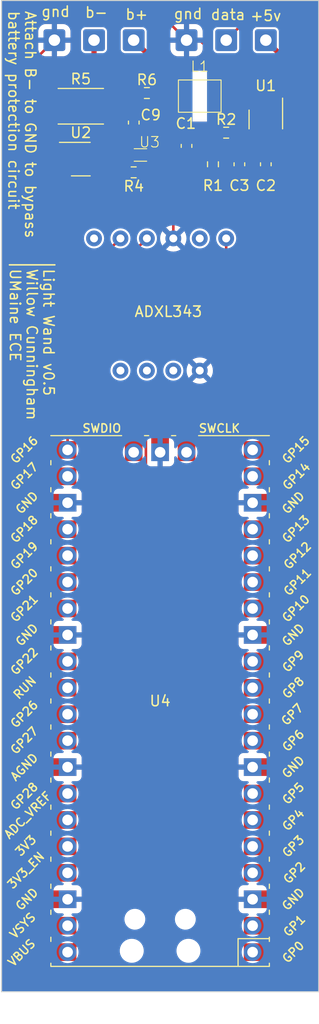
<source format=kicad_pcb>
(kicad_pcb (version 20221018) (generator pcbnew)
  (layers (0 "F.Cu" signal) (31 "B.Cu" signal) (34 "B.Paste" user) (35 "F.Paste" user) (36 "B.SilkS" user "B.Silkscreen") (37 "F.SilkS" user "F.Silkscreen") (38 "B.Mask" user) (39 "F.Mask" user) (44 "Edge.Cuts" user))
  (net 0 "")
  (net 1 "/Power Supply/Vin+")
  (net 2 "GND")
  (net 3 "+5V")
  (net 4 "Net-(U1-FB)")
  (net 5 "Net-(U3-VDD)")
  (net 6 "/Power Supply/Vin-")
  (net 7 "Net-(J1-Pin_1)")
  (net 8 "Net-(U1-SW)")
  (net 9 "Net-(U3-VM)")
  (net 10 "Net-(U2-S1)")
  (net 11 "Net-(U2-G1)")
  (net 12 "Net-(U2-G2)")
  (net 13 "Net-(U2-D1)")
  (net 29 "Net-(U4-GPIO16)")
  (net 30 "Net-(U4-GPIO17)")
  (net 41 "+3V3")
  (footprint "Capacitor_SMD:C_0603_1608Metric" (layer "F.Cu") (at 149.86 62.725 -90)
    (fp_text reference "C2" (at 2.045 0 -180) (layer "F.SilkS"))
    (fp_text value "47uF" hide)
    (fp_line (start -0.14058 -0.51) (end 0.14058 -0.51) (stroke (width 0.12)) (layer "F.SilkS"))
    (fp_line (start -0.14058 0.51) (end 0.14058 0.51) (stroke (width 0.12)) (layer "F.SilkS"))
    (pad "1" smd roundrect (at -0.775 0 270) (size 0.9 0.95) (layers "F.Cu" "F.Paste" "F.Mask") (net 3 "+5V"))
    (pad "2" smd roundrect (at 0.775 0 270) (size 0.9 0.95) (layers "F.Cu" "F.Paste" "F.Mask") (net 4 "Net-(U1-FB)"))
  )
  (footprint "Resistor_SMD:R_2512_6332Metric" (layer "F.Cu") (at 132.08 57.15)
    (fp_text reference "R5" (at 0 -2.62) (layer "F.SilkS"))
    (fp_text value "1.5m")
    (fp_line (start -2.177064 -1.71) (end 2.177064 -1.71) (stroke (width 0.12)) (layer "F.SilkS"))
    (fp_line (start -2.177064 1.71) (end 2.177064 1.71) (stroke (width 0.12)) (layer "F.SilkS"))
    (pad "1" smd roundrect (at -2.9625 0) (size 1.225 3.35) (layers "F.Cu" "F.Paste" "F.Mask") (roundrect_rratio 0.204082) (net 10 "Net-(U2-S1)"))
    (pad "2" smd roundrect (at 2.9625 0) (size 1.225 3.35) (layers "F.Cu" "F.Paste" "F.Mask") (roundrect_rratio 0.204082) (net 6 "/Power Supply/Vin-"))
  )
  (footprint "Capacitor_SMD:C_0603_1608Metric" (layer "F.Cu") (at 147.32 62.725 -90)
    (fp_text reference "C3" (at 2.045 0 -180) (layer "F.SilkS"))
    (fp_text value "820pF" hide)
    (fp_line (start -0.14058 -0.51) (end 0.14058 -0.51) (stroke (width 0.12)) (layer "F.SilkS"))
    (fp_line (start -0.14058 0.51) (end 0.14058 0.51) (stroke (width 0.12)) (layer "F.SilkS"))
    (pad "1" smd roundrect (at -0.775 0 270) (size 0.9 0.95) (layers "F.Cu" "F.Paste" "F.Mask") (net 3 "+5V"))
    (pad "2" smd roundrect (at 0.775 0 270) (size 0.9 0.95) (layers "F.Cu" "F.Paste" "F.Mask") (net 4 "Net-(U1-FB)"))
  )
  (footprint "Capacitor_SMD:C_0603_1608Metric" (layer "F.Cu") (at 137.168608 58.718069 -90)
    (fp_text reference "C9" (at -0.728826 -1.628015 -180) (layer "F.SilkS"))
    (fp_text value "0.1uF" hide)
    (fp_line (start -0.14058 -0.51) (end 0.14058 -0.51) (stroke (width 0.12)) (layer "F.SilkS"))
    (fp_line (start -0.14058 0.51) (end 0.14058 0.51) (stroke (width 0.12)) (layer "F.SilkS"))
    (pad "1" smd roundrect (at -0.775 0 270) (size 0.9 0.95) (layers "F.Cu" "F.Paste" "F.Mask") (net 5 "Net-(U3-VDD)"))
    (pad "2" smd roundrect (at 0.775 0 270) (size 0.9 0.95) (layers "F.Cu" "F.Paste" "F.Mask") (net 6 "/Power Supply/Vin-"))
  )
  (footprint "Connector_Wire:SolderWire-0.5sqmm_1x01_D0.9mm_OD2.1mm" (layer "F.Cu") (at 142.24 50.8)
    (fp_text reference "J3" hide)
    (fp_text value "1x1 Conn" hide)
    (pad "1" thru_hole roundrect (at 0 0) (size 2.1 2.1) (drill 1.1) (layers "*.Cu" "*.Mask") (roundrect_rratio 0.119048) (net 2 "GND"))
  )
  (footprint "light_wand_footprints:HSNT-6" (layer "F.Cu") (at 137.81 61.83 180)
    (fp_text reference "U3" (at -0.87863 1.227987 unlocked) (layer "F.SilkS") (effects (font (thickness 0.1))))
    (fp_text value "~" hide)
    (fp_line (start -0.6 -0.6) (end 0.6 -0.6) (stroke (width 0.1)) (layer "F.SilkS"))
    (fp_line (start -0.6 0.6) (end 0.6 0.6) (stroke (width 0.1)) (layer "F.SilkS"))
    (pad "1" smd roundrect (at -0.65 -0.4 90) (size 0.2 0.5) (layers "F.Cu" "F.Paste" "F.Mask") (net 9 "Net-(U3-VM)"))
    (pad "2" smd roundrect (at -0.65 0 90) (size 0.2 0.5) (layers "F.Cu" "F.Paste" "F.Mask") (net 12 "Net-(U2-G2)"))
    (pad "3" smd roundrect (at -0.65 0.4 90) (size 0.2 0.5) (layers "F.Cu" "F.Paste" "F.Mask") (net 11 "Net-(U2-G1)"))
    (pad "4" smd roundrect (at 0.65 0.4 90) (size 0.2 0.5) (layers "F.Cu" "F.Paste" "F.Mask") (net 6 "/Power Supply/Vin-"))
    (pad "5" smd roundrect (at 0.65 0 90) (size 0.2 0.5) (layers "F.Cu" "F.Paste" "F.Mask") (net 5 "Net-(U3-VDD)"))
    (pad "6" smd roundrect (at 0.65 -0.4 90) (size 0.2 0.5) (layers "F.Cu" "F.Paste" "F.Mask") (net 10 "Net-(U2-S1)"))
    (pad "7" smd roundrect (at 0 0 90) (size 1 0.4) (layers "F.Cu" "F.Paste" "F.Mask") (net 2 "GND"))
  )
  (footprint "Connector_Wire:SolderWire-0.5sqmm_1x01_D0.9mm_OD2.1mm" (layer "F.Cu") (at 133.35 50.8 90)
    (fp_text reference "J5" hide)
    (fp_text value "1x1 Conn" hide)
    (pad "1" thru_hole roundrect (at 0 0 90) (size 2.1 2.1) (drill 1.1) (layers "*.Cu" "*.Mask") (roundrect_rratio 0.119048) (net 6 "/Power Supply/Vin-"))
  )
  (footprint "Connector_Wire:SolderWire-0.5sqmm_1x01_D0.9mm_OD2.1mm" (layer "F.Cu") (at 149.86 50.8)
    (fp_text reference "J2" hide)
    (fp_text value "1x1 Conn" hide)
    (pad "1" thru_hole roundrect (at 0 0) (size 2.1 2.1) (drill 1.1) (layers "*.Cu" "*.Mask") (roundrect_rratio 0.119048) (net 3 "+5V"))
  )
  (footprint "light_wand_footprints:ADXL343_Breakout_ThruHole" (layer "F.Cu") (at 151.13 74.93 90)
    (fp_text reference "U5" hide)
    (fp_text value "~" hide)
    (pad "1" thru_hole circle (at -7.62 -15.24 90) (size 1.524 1.524) (drill 0.762) (layers "*.Cu" "*.Mask"))
    (pad "2" thru_hole circle (at -7.62 -12.7 90) (size 1.524 1.524) (drill 0.762) (layers "*.Cu" "*.Mask"))
    (pad "3" thru_hole circle (at -7.62 -10.16 90) (size 1.524 1.524) (drill 0.762) (layers "*.Cu" "*.Mask"))
    (pad "4" thru_hole circle (at -7.62 -7.62 90) (size 1.524 1.524) (drill 0.762) (layers "*.Cu" "*.Mask") (net 2 "GND"))
    (pad "5" thru_hole circle (at 5.08 -5.08 90) (size 1.524 1.524) (drill 0.762) (layers "*.Cu" "*.Mask") (net 41 "+3V3"))
    (pad "6" thru_hole circle (at 5.08 -7.62 90) (size 1.524 1.524) (drill 0.762) (layers "*.Cu" "*.Mask"))
    (pad "7" thru_hole circle (at 5.08 -10.16 90) (size 1.524 1.524) (drill 0.762) (layers "*.Cu" "*.Mask") (net 2 "GND"))
    (pad "8" thru_hole circle (at 5.08 -12.7 90) (size 1.524 1.524) (drill 0.762) (layers "*.Cu" "*.Mask") (net 30 "Net-(U4-GPIO17)"))
    (pad "9" thru_hole circle (at 5.08 -15.24 90) (size 1.524 1.524) (drill 0.762) (layers "*.Cu" "*.Mask") (net 29 "Net-(U4-GPIO16)"))
    (pad "10" thru_hole circle (at 5.08 -17.78 90) (size 1.524 1.524) (drill 0.762) (layers "*.Cu" "*.Mask"))
  )
  (footprint "Resistor_SMD:R_0603_1608Metric" (layer "F.Cu") (at 146.05 59.69 180)
    (fp_text reference "R2" (at 0 1.27) (layer "F.SilkS"))
    (fp_text value "20k" hide)
    (fp_line (start -0.237258 -0.5225) (end 0.237258 -0.5225) (stroke (width 0.12)) (layer "F.SilkS"))
    (fp_line (start -0.237258 0.5225) (end 0.237258 0.5225) (stroke (width 0.12)) (layer "F.SilkS"))
    (pad "1" smd roundrect (at -0.825 0 180) (size 0.8 0.95) (layers "F.Cu" "F.Paste" "F.Mask") (net 4 "Net-(U1-FB)"))
    (pad "2" smd roundrect (at 0.825 0 180) (size 0.8 0.95) (layers "F.Cu" "F.Paste" "F.Mask") (net 2 "GND"))
  )
  (footprint "Connector_Wire:SolderWire-0.5sqmm_1x01_D0.9mm_OD2.1mm" (layer "F.Cu") (at 129.54 50.8 90)
    (fp_text reference "J6" hide)
    (fp_text value "1x1 Conn" hide)
    (pad "1" thru_hole roundrect (at 0 0 90) (size 2.1 2.1) (drill 1.1) (layers "*.Cu" "*.Mask") (roundrect_rratio 0.119048) (net 2 "GND"))
  )
  (footprint "Connector_Wire:SolderWire-0.5sqmm_1x01_D0.9mm_OD2.1mm" (layer "F.Cu") (at 137.16 50.8 90)
    (fp_text reference "J4" hide)
    (fp_text value "1x1 Conn")
    (pad "1" thru_hole roundrect (at 0 0 90) (size 2.1 2.1) (drill 1.1) (layers "*.Cu" "*.Mask") (roundrect_rratio 0.119048) (net 1 "/Power Supply/Vin+"))
  )
  (footprint "Connector_Wire:SolderWire-0.5sqmm_1x01_D0.9mm_OD2.1mm" (layer "F.Cu") (at 146.05 50.8)
    (fp_text reference "J1" hide)
    (fp_text value "1x1 Conn" hide)
    (pad "1" thru_hole roundrect (at 0 0) (size 2.1 2.1) (drill 1.1) (layers "*.Cu" "*.Mask") (roundrect_rratio 0.119048) (net 7 "Net-(J1-Pin_1)"))
  )
  (footprint "MCU_RaspberryPi_and_Boards:RPi_Pico_SMD_TH" (layer "F.Cu") (at 139.7 114.3 180)
    (fp_text reference "U4" (at 0 0) (layer "F.SilkS"))
    (fp_text value "Pico")
    (fp_text user "GP27" (at 13.054 -3.8 45) (layer "F.SilkS") (effects (font (size 0.8 0.8))))
    (fp_text user "GP8" (at -12.8 1.27 45) (layer "F.SilkS") (effects (font (size 0.8 0.8))))
    (fp_text user "GP13" (at -13.054 16.51 45) (layer "F.SilkS") (effects (font (size 0.8 0.8))))
    (fp_text user "SWCLK" (at -5.7 26.2) (layer "F.SilkS") (effects (font (size 0.8 0.8))))
    (fp_text user "3V3_EN" (at 12.890733 -16.272747 45) (layer "F.SilkS") (effects (font (size 0.8 0.8))))
    (fp_text user "RUN" (at 13 1.27 45) (layer "F.SilkS") (effects (font (size 0.8 0.8))))
    (fp_text user "GP7" (at -12.7 -1.3 45) (layer "F.SilkS") (effects (font (size 0.8 0.8))))
    (fp_text user "3V3" (at 12.9 -13.9 45) (layer "F.SilkS") (effects (font (size 0.8 0.8))))
    (fp_text user "GP15" (at -13.054 24.13 45) (layer "F.SilkS") (effects (font (size 0.8 0.8))))
    (fp_text user "GP5" (at -12.8 -8.89 45) (layer "F.SilkS") (effects (font (size 0.8 0.8))))
    (fp_text user "GP26" (at 13.054 -1.27 45) (layer "F.SilkS") (effects (font (size 0.8 0.8))))
    (fp_text user "GP10" (at -13.054 8.89 45) (layer "F.SilkS") (effects (font (size 0.8 0.8))))
    (fp_text user "GP18" (at 13.054 16.51 45) (layer "F.SilkS") (effects (font (size 0.8 0.8))))
    (fp_text user "GP16" (at 13.054 24.13 45) (layer "F.SilkS") (effects (font (size 0.8 0.8))))
    (fp_text user "GP14" (at -13.1 21.59 45) (layer "F.SilkS") (effects (font (size 0.8 0.8))))
    (fp_text user "GP28" (at 13.054 -9.144 45) (layer "F.SilkS") (effects (font (size 0.8 0.8))))
    (fp_text user "GND" (at -12.8 -6.35 45) (layer "F.SilkS") (effects (font (size 0.8 0.8))))
    (fp_text user "ADC_VREF" (at 12.720159 -10.972551 45) (layer "F.SilkS") (effects (font (size 0.8 0.8))))
    (fp_text user "GND" (at 12.8 19.05 45) (layer "F.SilkS") (effects (font (size 0.8 0.8))))
    (fp_text user "GP22" (at 13.054 3.81 45) (layer "F.SilkS") (effects (font (size 0.8 0.8))))
    (fp_text user "GP2" (at -12.9 -16.51 45) (layer "F.SilkS") (effects (font (size 0.8 0.8))))
    (fp_text user "GND" (at -12.8 19.05 45) (layer "F.SilkS") (effects (font (size 0.8 0.8))))
    (fp_text user "GP12" (at -13.2 13.97 45) (layer "F.SilkS") (effects (font (size 0.8 0.8))))
    (fp_text user "GND" (at -12.8 6.35 45) (layer "F.SilkS") (effects (font (size 0.8 0.8))))
    (fp_text user "GND" (at 12.8 6.35 45) (layer "F.SilkS") (effects (font (size 0.8 0.8))))
    (fp_text user "AGND" (at 13.054 -6.35 45) (layer "F.SilkS") (effects (font (size 0.8 0.8))))
    (fp_text user "GP3" (at -12.8 -13.97 45) (layer "F.SilkS") (effects (font (size 0.8 0.8))))
    (fp_text user "GP11" (at -13.2 11.43 45) (layer "F.SilkS") (effects (font (size 0.8 0.8))))
    (fp_text user "VBUS" (at 13.3 -24.2 45) (layer "F.SilkS") (effects (font (size 0.8 0.8))))
    (fp_text user "GP0" (at -12.8 -24.13 45) (layer "F.SilkS") (effects (font (size 0.8 0.8))))
    (fp_text user "GP21" (at 13.054 8.9 45) (layer "F.SilkS") (effects (font (size 0.8 0.8))))
    (fp_text user "GP1" (at -12.9 -21.6 45) (layer "F.SilkS") (effects (font (size 0.8 0.8))))
    (fp_text user "GP9" (at -12.8 3.81 45) (layer "F.SilkS") (effects (font (size 0.8 0.8))))
    (fp_text user "VSYS" (at 13.2 -21.59 45) (layer "F.SilkS") (effects (font (size 0.8 0.8))))
    (fp_text user "GP20" (at 13.054 11.43 45) (layer "F.SilkS") (effects (font (size 0.8 0.8))))
    (fp_text user "GP4" (at -12.8 -11.43 45) (layer "F.SilkS") (effects (font (size 0.8 0.8))))
    (fp_text user "GP17" (at 13.054 21.59 45) (layer "F.SilkS") (effects (font (size 0.8 0.8))))
    (fp_text user "GP19" (at 13.054 13.97 45) (layer "F.SilkS") (effects (font (size 0.8 0.8))))
    (fp_text user "SWDIO" (at 5.6 26.2) (layer "F.SilkS") (effects (font (size 0.8 0.8))))
    (fp_text user "GND" (at -12.8 -19.05 45) (layer "F.SilkS") (effects (font (size 0.8 0.8))))
    (fp_text user "GND" (at 12.8 -19.05 45) (layer "F.SilkS") (effects (font (size 0.8 0.8))))
    (fp_text user "GP6" (at -12.8 -3.81 45) (layer "F.SilkS") (effects (font (size 0.8 0.8))))
    (fp_line (start -10.5 -25.5) (end -10.5 -25.2) (stroke (width 0.12)) (layer "F.SilkS"))
    (fp_line (start -10.5 -25.5) (end 10.5 -25.5) (stroke (width 0.12)) (layer "F.SilkS"))
    (fp_line (start -10.5 -23.1) (end -10.5 -22.7) (stroke (width 0.12)) (layer "F.SilkS"))
    (fp_line (start -10.5 -22.833) (end -7.493 -22.833) (stroke (width 0.12)) (layer "F.SilkS"))
    (fp_line (start -10.5 -20.5) (end -10.5 -20.1) (stroke (width 0.12)) (layer "F.SilkS"))
    (fp_line (start -10.5 -18) (end -10.5 -17.6) (stroke (width 0.12)) (layer "F.SilkS"))
    (fp_line (start -10.5 -15.4) (end -10.5 -15) (stroke (width 0.12)) (layer "F.SilkS"))
    (fp_line (start -10.5 -12.9) (end -10.5 -12.5) (stroke (width 0.12)) (layer "F.SilkS"))
    (fp_line (start -10.5 -10.4) (end -10.5 -10) (stroke (width 0.12)) (layer "F.SilkS"))
    (fp_line (start -10.5 -7.8) (end -10.5 -7.4) (stroke (width 0.12)) (layer "F.SilkS"))
    (fp_line (start -10.5 -5.3) (end -10.5 -4.9) (stroke (width 0.12)) (layer "F.SilkS"))
    (fp_line (start -10.5 -2.7) (end -10.5 -2.3) (stroke (width 0.12)) (layer "F.SilkS"))
    (fp_line (start -10.5 -0.2) (end -10.5 0.2) (stroke (width 0.12)) (layer "F.SilkS"))
    (fp_line (start -10.5 2.3) (end -10.5 2.7) (stroke (width 0.12)) (layer "F.SilkS"))
    (fp_line (start -10.5 4.9) (end -10.5 5.3) (stroke (width 0.12)) (layer "F.SilkS"))
    (fp_line (start -10.5 7.4) (end -10.5 7.8) (stroke (width 0.12)) (layer "F.SilkS"))
    (fp_line (start -10.5 10) (end -10.5 10.4) (stroke (width 0.12)) (layer "F.SilkS"))
    (fp_line (start -10.5 12.5) (end -10.5 12.9) (stroke (width 0.12)) (layer "F.SilkS"))
    (fp_line (start -10.5 15.1) (end -10.5 15.5) (stroke (width 0.12)) (layer "F.SilkS"))
    (fp_line (start -10.5 17.6) (end -10.5 18) (stroke (width 0.12)) (layer "F.SilkS"))
    (fp_line (start -10.5 20.1) (end -10.5 20.5) (stroke (width 0.12)) (layer "F.SilkS"))
    (fp_line (start -10.5 22.7) (end -10.5 23.1) (stroke (width 0.12)) (layer "F.SilkS"))
    (fp_line (start -7.493 -22.833) (end -7.493 -25.5) (stroke (width 0.12)) (layer "F.SilkS"))
    (fp_line (start -3.7 25.5) (end -10.5 25.5) (stroke (width 0.12)) (layer "F.SilkS"))
    (fp_line (start -1.5 25.5) (end -1.1 25.5) (stroke (width 0.12)) (layer "F.SilkS"))
    (fp_line (start 1.1 25.5) (end 1.5 25.5) (stroke (width 0.12)) (layer "F.SilkS"))
    (fp_line (start 10.5 -25.5) (end 10.5 -25.2) (stroke (width 0.12)) (layer "F.SilkS"))
    (fp_line (start 10.5 -23.1) (end 10.5 -22.7) (stroke (width 0.12)) (layer "F.SilkS"))
    (fp_line (start 10.5 -20.5) (end 10.5 -20.1) (stroke (width 0.12)) (layer "F.SilkS"))
    (fp_line (start 10.5 -18) (end 10.5 -17.6) (stroke (width 0.12)) (layer "F.SilkS"))
    (fp_line (start 10.5 -15.4) (end 10.5 -15) (stroke (width 0.12)) (layer "F.SilkS"))
    (fp_line (start 10.5 -12.9) (end 10.5 -12.5) (stroke (width 0.12)) (layer "F.SilkS"))
    (fp_line (start 10.5 -10.4) (end 10.5 -10) (stroke (width 0.12)) (layer "F.SilkS"))
    (fp_line (start 10.5 -7.8) (end 10.5 -7.4) (stroke (width 0.12)) (layer "F.SilkS"))
    (fp_line (start 10.5 -5.3) (end 10.5 -4.9) (stroke (width 0.12)) (layer "F.SilkS"))
    (fp_line (start 10.5 -2.7) (end 10.5 -2.3) (stroke (width 0.12)) (layer "F.SilkS"))
    (fp_line (start 10.5 -0.2) (end 10.5 0.2) (stroke (width 0.12)) (layer "F.SilkS"))
    (fp_line (start 10.5 2.3) (end 10.5 2.7) (stroke (width 0.12)) (layer "F.SilkS"))
    (fp_line (start 10.5 4.9) (end 10.5 5.3) (stroke (width 0.12)) (layer "F.SilkS"))
    (fp_line (start 10.5 7.4) (end 10.5 7.8) (stroke (width 0.12)) (layer "F.SilkS"))
    (fp_line (start 10.5 10) (end 10.5 10.4) (stroke (width 0.12)) (layer "F.SilkS"))
    (fp_line (start 10.5 12.5) (end 10.5 12.9) (stroke (width 0.12)) (layer "F.SilkS"))
    (fp_line (start 10.5 15.1) (end 10.5 15.5) (stroke (width 0.12)) (layer "F.SilkS"))
    (fp_line (start 10.5 17.6) (end 10.5 18) (stroke (width 0.12)) (layer "F.SilkS"))
    (fp_line (start 10.5 20.1) (end 10.5 20.5) (stroke (width 0.12)) (layer "F.SilkS"))
    (fp_line (start 10.5 22.7) (end 10.5 23.1) (stroke (width 0.12)) (layer "F.SilkS"))
    (fp_line (start 10.5 25.5) (end 3.7 25.5) (stroke (width 0.12)) (layer "F.SilkS"))
    (pad "" np_thru_hole oval (at -2.725 -24 180) (size 1.8 1.8) (drill 1.8) (layers "*.Cu" "*.Mask"))
    (pad "" np_thru_hole oval (at -2.425 -20.97 180) (size 1.5 1.5) (drill 1.5) (layers "*.Cu" "*.Mask"))
    (pad "" np_thru_hole oval (at 2.425 -20.97 180) (size 1.5 1.5) (drill 1.5) (layers "*.Cu" "*.Mask"))
    (pad "" np_thru_hole oval (at 2.725 -24 180) (size 1.8 1.8) (drill 1.8) (layers "*.Cu" "*.Mask"))
    (pad "1" thru_hole oval (at -8.89 -24.13 180) (size 1.7 1.7) (drill 1.02) (layers "*.Cu" "*.Mask") (net 7 "Net-(J1-Pin_1)"))
    (pad "1" smd rect (at -8.89 -24.13 180) (size 3.5 1.7) (drill (offset -0.9 0)) (layers "F.Cu" "F.Mask") (net 7 "Net-(J1-Pin_1)"))
    (pad "2" thru_hole oval (at -8.89 -21.59 180) (size 1.7 1.7) (drill 1.02) (layers "*.Cu" "*.Mask"))
    (pad "2" smd rect (at -8.89 -21.59 180) (size 3.5 1.7) (drill (offset -0.9 0)) (layers "F.Cu" "F.Mask"))
    (pad "3" thru_hole rect (at -8.89 -19.05 180) (size 1.7 1.7) (drill 1.02) (layers "*.Cu" "*.Mask") (net 2 "GND"))
    (pad "3" smd rect (at -8.89 -19.05 180) (size 3.5 1.7) (drill (offset -0.9 0)) (layers "F.Cu" "F.Mask") (net 2 "GND"))
    (pad "4" thru_hole oval (at -8.89 -16.51 180) (size 1.7 1.7) (drill 1.02) (layers "*.Cu" "*.Mask"))
    (pad "4" smd rect (at -8.89 -16.51 180) (size 3.5 1.7) (drill (offset -0.9 0)) (layers "F.Cu" "F.Mask"))
    (pad "5" thru_hole oval (at -8.89 -13.97 180) (size 1.7 1.7) (drill 1.02) (layers "*.Cu" "*.Mask"))
    (pad "5" smd rect (at -8.89 -13.97 180) (size 3.5 1.7) (drill (offset -0.9 0)) (layers "F.Cu" "F.Mask"))
    (pad "6" thru_hole oval (at -8.89 -11.43 180) (size 1.7 1.7) (drill 1.02) (layers "*.Cu" "*.Mask"))
    (pad "6" smd rect (at -8.89 -11.43 180) (size 3.5 1.7) (drill (offset -0.9 0)) (layers "F.Cu" "F.Mask"))
    (pad "7" thru_hole oval (at -8.89 -8.89 180) (size 1.7 1.7) (drill 1.02) (layers "*.Cu" "*.Mask"))
    (pad "7" smd rect (at -8.89 -8.89 180) (size 3.5 1.7) (drill (offset -0.9 0)) (layers "F.Cu" "F.Mask"))
    (pad "8" thru_hole rect (at -8.89 -6.35 180) (size 1.7 1.7) (drill 1.02) (layers "*.Cu" "*.Mask") (net 2 "GND"))
    (pad "8" smd rect (at -8.89 -6.35 180) (size 3.5 1.7) (drill (offset -0.9 0)) (layers "F.Cu" "F.Mask") (net 2 "GND"))
    (pad "9" thru_hole oval (at -8.89 -3.81 180) (size 1.7 1.7) (drill 1.02) (layers "*.Cu" "*.Mask"))
    (pad "9" smd rect (at -8.89 -3.81 180) (size 3.5 1.7) (drill (offset -0.9 0)) (layers "F.Cu" "F.Mask"))
    (pad "10" thru_hole oval (at -8.89 -1.27 180) (size 1.7 1.7) (drill 1.02) (layers "*.Cu" "*.Mask"))
    (pad "10" smd rect (at -8.89 -1.27 180) (size 3.5 1.7) (drill (offset -0.9 0)) (layers "F.Cu" "F.Mask"))
    (pad "11" thru_hole oval (at -8.89 1.27 180) (size 1.7 1.7) (drill 1.02) (layers "*.Cu" "*.Mask"))
    (pad "11" smd rect (at -8.89 1.27 180) (size 3.5 1.7) (drill (offset -0.9 0)) (layers "F.Cu" "F.Mask"))
    (pad "12" thru_hole oval (at -8.89 3.81 180) (size 1.7 1.7) (drill 1.02) (layers "*.Cu" "*.Mask"))
    (pad "12" smd rect (at -8.89 3.81 180) (size 3.5 1.7) (drill (offset -0.9 0)) (layers "F.Cu" "F.Mask"))
    (pad "13" thru_hole rect (at -8.89 6.35 180) (size 1.7 1.7) (drill 1.02) (layers "*.Cu" "*.Mask") (net 2 "GND"))
    (pad "13" smd rect (at -8.89 6.35 180) (size 3.5 1.7) (drill (offset -0.9 0)) (layers "F.Cu" "F.Mask") (net 2 "GND"))
    (pad "14" thru_hole oval (at -8.89 8.89 180) (size 1.7 1.7) (drill 1.02) (layers "*.Cu" "*.Mask"))
    (pad "14" smd rect (at -8.89 8.89 180) (size 3.5 1.7) (drill (offset -0.9 0)) (layers "F.Cu" "F.Mask"))
    (pad "15" thru_hole oval (at -8.89 11.43 180) (size 1.7 1.7) (drill 1.02) (layers "*.Cu" "*.Mask"))
    (pad "15" smd rect (at -8.89 11.43 180) (size 3.5 1.7) (drill (offset -0.9 0)) (layers "F.Cu" "F.Mask"))
    (pad "16" thru_hole oval (at -8.89 13.97 180) (size 1.7 1.7) (drill 1.02) (layers "*.Cu" "*.Mask"))
    (pad "16" smd rect (at -8.89 13.97 180) (size 3.5 1.7) (drill (offset -0.9 0)) (layers "F.Cu" "F.Mask"))
    (pad "17" thru_hole oval (at -8.89 16.51 180) (size 1.7 1.7) (drill 1.02) (layers "*.Cu" "*.Mask"))
    (pad "17" smd rect (at -8.89 16.51 180) (size 3.5 1.7) (drill (offset -0.9 0)) (layers "F.Cu" "F.Mask"))
    (pad "18" thru_hole rect (at -8.89 19.05 180) (size 1.7 1.7) (drill 1.02) (layers "*.Cu" "*.Mask") (net 2 "GND"))
    (pad "18" smd rect (at -8.89 19.05 180) (size 3.5 1.7) (drill (offset -0.9 0)) (layers "F.Cu" "F.Mask") (net 2 "GND"))
    (pad "19" thru_hole oval (at -8.89 21.59 180) (size 1.7 1.7) (drill 1.02) (layers "*.Cu" "*.Mask"))
    (pad "19" smd rect (at -8.89 21.59 180) (size 3.5 1.7) (drill (offset -0.9 0)) (layers "F.Cu" "F.Mask"))
    (pad "20" thru_hole oval (at -8.89 24.13 180) (size 1.7 1.7) (drill 1.02) (layers "*.Cu" "*.Mask"))
    (pad "20" smd rect (at -8.89 24.13 180) (size 3.5 1.7) (drill (offset -0.9 0)) (layers "F.Cu" "F.Mask"))
    (pad "21" thru_hole oval (at 8.89 24.13 180) (size 1.7 1.7) (drill 1.02) (layers "*.Cu" "*.Mask") (net 29 "Net-(U4-GPIO16)"))
    (pad "21" smd rect (at 8.89 24.13 180) (size 3.5 1.7) (drill (offset 0.9 0)) (layers "F.Cu" "F.Mask") (net 29 "Net-(U4-GPIO16)"))
    (pad "22" thru_hole oval (at 8.89 21.59 180) (size 1.7 1.7) (drill 1.02) (layers "*.Cu" "*.Mask") (net 30 "Net-(U4-GPIO17)"))
    (pad "22" smd rect (at 8.89 21.59 180) (size 3.5 1.7) (drill (offset 0.9 0)) (layers "F.Cu" "F.Mask") (net 30 "Net-(U4-GPIO17)"))
    (pad "23" thru_hole rect (at 8.89 19.05 180) (size 1.7 1.7) (drill 1.02) (layers "*.Cu" "*.Mask") (net 2 "GND"))
    (pad "23" smd rect (at 8.89 19.05 180) (size 3.5 1.7) (drill (offset 0.9 0)) (layers "F.Cu" "F.Mask") (net 2 "GND"))
    (pad "24" thru_hole oval (at 8.89 16.51 180) (size 1.7 1.7) (drill 1.02) (layers "*.Cu" "*.Mask"))
    (pad "24" smd rect (at 8.89 16.51 180) (size 3.5 1.7) (drill (offset 0.9 0)) (layers "F.Cu" "F.Mask"))
    (pad "25" thru_hole oval (at 8.89 13.97 180) (size 1.7 1.7) (drill 1.02) (layers "*.Cu" "*.Mask"))
    (pad "25" smd rect (at 8.89 13.97 180) (size 3.5 1.7) (drill (offset 0.9 0)) (layers "F.Cu" "F.Mask"))
    (pad "26" thru_hole oval (at 8.89 11.43 180) (size 1.7 1.7) (drill 1.02) (layers "*.Cu" "*.Mask"))
    (pad "26" smd rect (at 8.89 11.43 180) (size 3.5 1.7) (drill (offset 0.9 0)) (layers "F.Cu" "F.Mask"))
    (pad "27" thru_hole oval (at 8.89 8.89 180) (size 1.7 1.7) (drill 1.02) (layers "*.Cu" "*.Mask"))
    (pad "27" smd rect (at 8.89 8.89 180) (size 3.5 1.7) (drill (offset 0.9 0)) (layers "F.Cu" "F.Mask"))
    (pad "28" thru_hole rect (at 8.89 6.35 180) (size 1.7 1.7) (drill 1.02) (layers "*.Cu" "*.Mask") (net 2 "GND"))
    (pad "28" smd rect (at 8.89 6.35 180) (size 3.5 1.7) (drill (offset 0.9 0)) (layers "F.Cu" "F.Mask") (net 2 "GND"))
    (pad "29" thru_hole oval (at 8.89 3.81 180) (size 1.7 1.7) (drill 1.02) (layers "*.Cu" "*.Mask"))
    (pad "29" smd rect (at 8.89 3.81 180) (size 3.5 1.7) (drill (offset 0.9 0)) (layers "F.Cu" "F.Mask"))
    (pad "30" thru_hole oval (at 8.89 1.27 180) (size 1.7 1.7) (drill 1.02) (layers "*.Cu" "*.Mask"))
    (pad "30" smd rect (at 8.89 1.27 180) (size 3.5 1.7) (drill (offset 0.9 0)) (layers "F.Cu" "F.Mask"))
    (pad "31" thru_hole oval (at 8.89 -1.27 180) (size 1.7 1.7) (drill 1.02) (layers "*.Cu" "*.Mask"))
    (pad "31" smd rect (at 8.89 -1.27 180) (size 3.5 1.7) (drill (offset 0.9 0)) (layers "F.Cu" "F.Mask"))
    (pad "32" thru_hole oval (at 8.89 -3.81 180) (size 1.7 1.7) (drill 1.02) (layers "*.Cu" "*.Mask"))
    (pad "32" smd rect (at 8.89 -3.81 180) (size 3.5 1.7) (drill (offset 0.9 0)) (layers "F.Cu" "F.Mask"))
    (pad "33" thru_hole rect (at 8.89 -6.35 180) (size 1.7 1.7) (drill 1.02) (layers "*.Cu" "*.Mask") (net 2 "GND"))
    (pad "33" smd rect (at 8.89 -6.35 180) (size 3.5 1.7) (drill (offset 0.9 0)) (layers "F.Cu" "F.Mask") (net 2 "GND"))
    (pad "34" thru_hole oval (at 8.89 -8.89 180) (size 1.7 1.7) (drill 1.02) (layers "*.Cu" "*.Mask"))
    (pad "34" smd rect (at 8.89 -8.89 180) (size 3.5 1.7) (drill (offset 0.9 0)) (layers "F.Cu" "F.Mask"))
    (pad "35" thru_hole oval (at 8.89 -11.43 180) (size 1.7 1.7) (drill 1.02) (layers "*.Cu" "*.Mask"))
    (pad "35" smd rect (at 8.89 -11.43 180) (size 3.5 1.7) (drill (offset 0.9 0)) (layers "F.Cu" "F.Mask"))
    (pad "36" thru_hole oval (at 8.89 -13.97 180) (size 1.7 1.7) (drill 1.02) (layers "*.Cu" "*.Mask") (net 41 "+3V3"))
    (pad "36" smd rect (at 8.89 -13.97 180) (size 3.5 1.7) (drill (offset 0.9 0)) (layers "F.Cu" "F.Mask") (net 41 "+3V3"))
    (pad "37" thru_hole oval (at 8.89 -16.51 180) (size 1.7 1.7) (drill 1.02) (layers "*.Cu" "*.Mask"))
    (pad "37" smd rect (at 8.89 -16.51 180) (size 3.5 1.7) (drill (offset 0.9 0)) (layers "F.Cu" "F.Mask"))
    (pad "38" thru_hole rect (at 8.89 -19.05 180) (size 1.7 1.7) (drill 1.02) (layers "*.Cu" "*.Mask") (net 2 "GND"))
    (pad "38" smd rect (at 8.89 -19.05 180) (size 3.5 1.7) (drill (offset 0.9 0)) (layers "F.Cu" "F.Mask") (net 2 "GND"))
    (pad "39" thru_hole oval (at 8.89 -21.59 180) (size 1.7 1.7) (drill 1.02) (layers "*.Cu" "*.Mask"))
    (pad "39" smd rect (at 8.89 -21.59 180) (size 3.5 1.7) (drill (offset 0.9 0)) (layers "F.Cu" "F.Mask"))
    (pad "40" thru_hole oval (at 8.89 -24.13 180) (size 1.7 1.7) (drill 1.02) (layers "*.Cu" "*.Mask") (net 3 "+5V"))
    (pad "40" smd rect (at 8.89 -24.13 180) (size 3.5 1.7) (drill (offset 0.9 0)) (layers "F.Cu" "F.Mask") (net 3 "+5V"))
    (pad "41" thru_hole oval (at -2.54 23.9 180) (size 1.7 1.7) (drill 1.02) (layers "*.Cu" "*.Mask"))
    (pad "41" smd rect (at -2.54 23.9 270) (size 3.5 1.7) (drill (offset -0.9 0)) (layers "F.Cu" "F.Mask"))
    (pad "42" thru_hole rect (at 0 23.9 180) (size 1.7 1.7) (drill 1.02) (layers "*.Cu" "*.Mask") (net 2 "GND"))
    (pad "42" smd rect (at 0 23.9 270) (size 3.5 1.7) (drill (offset -0.9 0)) (layers "F.Cu" "F.Mask") (net 2 "GND"))
    (pad "43" thru_hole oval (at 2.54 23.9 180) (size 1.7 1.7) (drill 1.02) (layers "*.Cu" "*.Mask"))
    (pad "43" smd rect (at 2.54 23.9 270) (size 3.5 1.7) (drill (offset -0.9 0)) (layers "F.Cu" "F.Mask"))
  )
  (footprint "Capacitor_SMD:C_0603_1608Metric" (layer "F.Cu") (at 142.24 60.96 90)
    (fp_text reference "C1" (at 2.15093 -0.066805 180) (layer "F.SilkS"))
    (fp_text value "10uF" hide)
    (fp_line (start -0.14058 -0.51) (end 0.14058 -0.51) (stroke (width 0.12)) (layer "F.SilkS"))
    (fp_line (start -0.14058 0.51) (end 0.14058 0.51) (stroke (width 0.12)) (layer "F.SilkS"))
    (pad "1" smd roundrect (at -0.775 0 90) (size 0.9 0.95) (layers "F.Cu" "F.Paste" "F.Mask") (net 1 "/Power Supply/Vin+"))
    (pad "2" smd roundrect (at 0.775 0 90) (size 0.9 0.95) (layers "F.Cu" "F.Paste" "F.Mask") (net 2 "GND"))
  )
  (footprint "Resistor_SMD:R_0603_1608Metric" (layer "F.Cu") (at 138.43 55.88)
    (fp_text reference "R6" (at 0 -1.27) (layer "F.SilkS"))
    (fp_text value "330" hide)
    (fp_line (start -0.237258 -0.5225) (end 0.237258 -0.5225) (stroke (width 0.12)) (layer "F.SilkS"))
    (fp_line (start -0.237258 0.5225) (end 0.237258 0.5225) (stroke (width 0.12)) (layer "F.SilkS"))
    (pad "1" smd roundrect (at -0.825 0) (size 0.8 0.95) (layers "F.Cu" "F.Paste" "F.Mask") (net 5 "Net-(U3-VDD)"))
    (pad "2" smd roundrect (at 0.825 0) (size 0.8 0.95) (layers "F.Cu" "F.Paste" "F.Mask") (net 1 "/Power Supply/Vin+"))
  )
  (footprint "Package_TO_SOT_SMD:SOT-23-6_Handsoldering" (layer "F.Cu") (at 132.08 62.23)
    (fp_text reference "U2" (at 0 -2.54) (layer "F.SilkS"))
    (fp_text value "~" hide)
    (fp_line (start -0.9 1.61) (end 0.9 1.61) (stroke (width 0.12)) (layer "F.SilkS"))
    (fp_line (start 0.9 -1.61) (end -2.05 -1.61) (stroke (width 0.12)) (layer "F.SilkS"))
    (pad "1" smd rect (at -1.35 -0.95) (size 1.56 0.65) (layers "F.Cu" "F.Paste" "F.Mask") (net 11 "Net-(U2-G1)"))
    (pad "2" smd rect (at -1.35 0) (size 1.56 0.65) (layers "F.Cu" "F.Paste" "F.Mask") (net 2 "GND"))
    (pad "3" smd rect (at -1.35 0.95) (size 1.56 0.65) (layers "F.Cu" "F.Paste" "F.Mask") (net 12 "Net-(U2-G2)"))
    (pad "4" smd rect (at 1.35 0.95) (size 1.56 0.65) (layers "F.Cu" "F.Paste" "F.Mask") (net 13 "Net-(U2-D1)"))
    (pad "5" smd rect (at 1.35 0) (size 1.56 0.65) (layers "F.Cu" "F.Paste" "F.Mask") (net 10 "Net-(U2-S1)"))
    (pad "6" smd rect (at 1.35 -0.95) (size 1.56 0.65) (layers "F.Cu" "F.Paste" "F.Mask") (net 13 "Net-(U2-D1)"))
  )
  (footprint "Resistor_SMD:R_0603_1608Metric" (layer "F.Cu") (at 137.16 63.5)
    (fp_text reference "R4" (at 0.010866 1.339655) (layer "F.SilkS"))
    (fp_text value "470" hide)
    (fp_line (start -0.237258 -0.5225) (end 0.237258 -0.5225) (stroke (width 0.12)) (layer "F.SilkS"))
    (fp_line (start -0.237258 0.5225) (end 0.237258 0.5225) (stroke (width 0.12)) (layer "F.SilkS"))
    (pad "1" smd roundrect (at -0.825 0) (size 0.8 0.95) (layers "F.Cu" "F.Paste" "F.Mask") (net 2 "GND"))
    (pad "2" smd roundrect (at 0.825 0) (size 0.8 0.95) (layers "F.Cu" "F.Paste" "F.Mask") (net 9 "Net-(U3-VM)"))
  )
  (footprint "Resistor_SMD:R_0603_1608Metric" (layer "F.Cu") (at 144.78 62.725 -90)
    (fp_text reference "R1" (at 2.045 0 -180) (layer "F.SilkS"))
    (fp_text value "180k" hide)
    (fp_line (start -0.237258 -0.5225) (end 0.237258 -0.5225) (stroke (width 0.12)) (layer "F.SilkS"))
    (fp_line (start -0.237258 0.5225) (end 0.237258 0.5225) (stroke (width 0.12)) (layer "F.SilkS"))
    (pad "1" smd roundrect (at -0.825 0 270) (size 0.8 0.95) (layers "F.Cu" "F.Paste" "F.Mask") (net 3 "+5V"))
    (pad "2" smd roundrect (at 0.825 0 270) (size 0.8 0.95) (layers "F.Cu" "F.Paste" "F.Mask") (net 4 "Net-(U1-FB)"))
  )
  (footprint "light_wand_footprints:74438357022_4.1x3.1mm_Inductor" (layer "F.Cu") (at 143.51 60.325)
    (fp_text reference "L1" (at 0 -6.985 unlocked) (layer "F.SilkS") (effects (font (thickness 0.1))))
    (fp_text value "2.2uH" hide)
    (fp_rect (start -2.05 -5.7) (end 2.05 -2.6) (stroke (width 0.1)) (fill none) (layer "F.SilkS"))
    (pad "1" smd roundrect (at -1.9 -4.2) (size 2.286 4) (layers "F.Cu" "F.Paste" "F.Mask") (net 1 "/Power Supply/Vin+"))
    (pad "2" smd roundrect (at 1.9 -4.2) (size 2.286 4) (layers "F.Cu" "F.Paste" "F.Mask") (net 8 "Net-(U1-SW)"))
    (zone (net 0) (net_name "") (layers "F&B.Cu" "F.SilkS") (name "InductorBottomKeepClear") (connect_pads (clearance 0)) (min_thickness 0.25)
      (keepout (tracks not_allowed) (vias not_allowed) (pads not_allowed) (copperpour not_allowed) (footprints allowed))
      (fill (thermal_gap 0.5) (thermal_bridge_width 0.5))
      (polygon (pts (xy 142.81 53.725) (xy 144.21 53.725) (xy 144.21 58.625) (xy 142.81 58.625)))
    )
  )
  (footprint "Package_TO_SOT_SMD:SOT-23-6_Handsoldering" (layer "F.Cu") (at 149.86 58.42 -90)
    (fp_text reference "U1" (at -3.237619 0.008373 -180) (layer "F.SilkS"))
    (fp_text value "TLV61070A" hide)
    (fp_line (start -0.9 1.61) (end 0.9 1.61) (stroke (width 0.12)) (layer "F.SilkS"))
    (fp_line (start 0.9 -1.61) (end -2.05 -1.61) (stroke (width 0.12)) (layer "F.SilkS"))
    (pad "1" smd rect (at -1.35 -0.95 270) (size 1.56 0.65) (layers "F.Cu" "F.Paste" "F.Mask") (net 8 "Net-(U1-SW)"))
    (pad "2" smd rect (at -1.35 0 270) (size 1.56 0.65) (layers "F.Cu" "F.Paste" "F.Mask") (net 2 "GND"))
    (pad "3" smd rect (at -1.35 0.95 270) (size 1.56 0.65) (layers "F.Cu" "F.Paste" "F.Mask") (net 1 "/Power Supply/Vin+"))
    (pad "4" smd rect (at 1.35 0.95 270) (size 1.56 0.65) (layers "F.Cu" "F.Paste" "F.Mask") (net 4 "Net-(U1-FB)"))
    (pad "5" smd rect (at 1.35 0 270) (size 1.56 0.65) (layers "F.Cu" "F.Paste" "F.Mask") (net 3 "+5V"))
    (pad "6" smd rect (at 1.35 -0.95 270) (size 1.56 0.65) (layers "F.Cu" "F.Paste" "F.Mask") (net 1 "/Power Supply/Vin+"))
  )
  (gr_line (start 125.221544 72.39) (end 129.582963 72.39) (stroke (width 0.15)) (layer "F.SilkS"))
  (gr_line (start 154.94 142.24) (end 124.46 142.24) (stroke (width 0.1)) (layer "Edge.Cuts"))
  (gr_line (start 154.94 46.99) (end 154.94 48.26) (stroke (width 0.1)) (layer "Edge.Cuts"))
  (gr_line (start 124.46 142.24) (end 124.46 46.99) (stroke (width 0.1)) (layer "Edge.Cuts"))
  (gr_line (start 124.46 46.99) (end 154.94 46.99) (stroke (width 0.1)) (layer "Edge.Cuts"))
  (gr_line (start 154.94 48.26) (end 154.94 142.24) (stroke (width 0.1)) (layer "Edge.Cuts"))
  (gr_text "gnd" (at 140.935109 48.857119) (layer "F.SilkS") (effects (font (size 1 1)) (justify left bottom)))
  (gr_text "gnd" (at 128.204207 48.641797) (layer "F.SilkS") (effects (font (size 1 1)) (justify left bottom)))
  (gr_text "data" (at 144.487919 48.937864) (layer "F.SilkS") (effects (font (size 1 1)) (justify left bottom)))
  (gr_text "b-" (at 132.402982 48.722543) (layer "F.SilkS") (effects (font (size 1 1)) (justify left bottom)))
  (gr_text "ADXL343" (at 137.16 77.47) (layer "F.SilkS") (effects (font (size 1 1)) (justify left bottom)))
  (gr_text "Attach B- to GND to bypass\nbattery protection circuit" (at 125.034118 47.912059 -90) (layer "F.SilkS") (effects (font (size 1 1)) (justify left bottom)))
  (gr_text "+5v" (at 148.282967 49.045525) (layer "F.SilkS") (effects (font (size 1 1)) (justify left bottom)))
  (gr_text "Light Wand v0.5\nWillow Cunningham\nUMaine ECE" (at 125.181062 72.682371 -90) (layer "F.SilkS") (effects (font (size 1 1)) (justify left bottom)))
  (gr_text "b+" (at 136.278775 48.910949) (layer "F.SilkS") (effects (font (size 1 1)) (justify left bottom)))
  (segment (start 142.706446 58.875) (end 142.706446 59.221852) (width 0.5) (layer "F.Cu") (net 1))
  (segment (start 144.46 58.728554) (end 144.313554 58.875) (width 0.5) (layer "F.Cu") (net 1))
  (segment (start 143.165 59.680406) (end 143.165 60.81) (width 0.5) (layer "F.Cu") (net 1))
  (segment (start 142.706446 58.875) (end 141.61 57.778554) (width 0.5) (layer "F.Cu") (net 1))
  (segment (start 150.81 59.015) (end 150.485 58.69) (width 0.2) (layer "F.Cu") (net 1))
  (segment (start 150.485 58.69) (end 149.55 58.69) (width 0.2) (layer "F.Cu") (net 1))
  (segment (start 142.706446 59.221852) (end 143.165 59.680406) (width 0.5) (layer "F.Cu") (net 1))
  (segment (start 148.91 57.07) (end 147.251446 58.728554) (width 0.5) (layer "F.Cu") (net 1))
  (segment (start 148.91 58.05) (end 148.91 57.07) (width 0.2) (layer "F.Cu") (net 1))
  (segment (start 137.16 50.8) (end 139.255 52.895) (width 0.5) (layer "F.Cu") (net 1))
  (segment (start 139.255 52.895) (end 139.255 55.88) (width 0.5) (layer "F.Cu") (net 1))
  (segment (start 147.251446 58.728554) (end 144.46 58.728554) (width 0.5) (layer "F.Cu") (net 1))
  (segment (start 141.61 57.778554) (end 141.61 56.125) (width 0.5) (layer "F.Cu") (net 1))
  (segment (start 144.313554 58.875) (end 142.706446 58.875) (width 0.5) (layer "F.Cu") (net 1))
  (segment (start 150.81 59.77) (end 150.81 59.015) (width 0.2) (layer "F.Cu") (net 1))
  (segment (start 139.255 55.88) (end 141.365 55.88) (width 0.5) (layer "F.Cu") (net 1))
  (segment (start 149.55 58.69) (end 148.91 58.05) (width 0.2) (layer "F.Cu") (net 1))
  (segment (start 143.165 60.81) (end 142.24 61.735) (width 0.5) (layer "F.Cu") (net 1))
  (segment (start 141.365 55.88) (end 141.61 56.125) (width 0.5) (layer "F.Cu") (net 1))
  (segment (start 140.182265 63.5) (end 141.727817 63.5) (width 0.25) (layer "F.Cu") (net 2))
  (segment (start 131.763604 62.23) (end 131.875 62.118604) (width 0.25) (layer "F.Cu") (net 2))
  (segment (start 141.727817 63.5) (end 143.51 61.717817) (width 0.25) (layer "F.Cu") (net 2))
  (segment (start 140.182265 61.245025) (end 141.24229 60.185) (width 0.25) (layer "F.Cu") (net 2))
  (segment (start 143.51 50.8) (end 142.24 50.8) (width 0.25) (layer "F.Cu") (net 2))
  (segment (start 139.89724 60.96) (end 138.53 59.59276) (width 0.25) (layer "F.Cu") (net 2))
  (segment (start 143.51 61.316142) (end 145.136142 59.69) (width 0.25) (layer "F.Cu") (net 2))
  (segment (start 151.46 58.175) (end 151.46 56.053604) (width 0.25) (layer "F.Cu") (net 2))
  (segment (start 140.182265 63.5) (end 140.182265 61.245025) (width 0.25) (layer "F.Cu") (net 2))
  (segment (start 138.14967 60.96) (end 137.81 61.29967) (width 0.25) (layer "F.Cu") (net 2))
  (segment (start 129.461802 60.881802) (end 129.09 61.253604) (width 0.25) (layer "F.Cu") (net 2))
  (segment (start 149.935 58.175) (end 151.46 58.175) (width 0.25) (layer "F.Cu") (net 2))
  (segment (start 135.785 49.635) (end 135.995 49.425) (width 0.25) (layer "F.Cu") (net 2))
  (segment (start 140.182265 64.287735) (end 140.182265 63.5) (width 0.25) (layer "F.Cu") (net 2))
  (segment (start 137.81 62.36033) (end 137.81 61.83) (width 0.25) (layer "F.Cu") (net 2))
  (segment (start 137.81 61.29967) (end 137.81 61.83) (width 0.25) (layer "F.Cu") (net 2))
  (segment (start 128.18 59.6) (end 128.18 52.16) (width 0.25) (layer "F.Cu") (net 2))
  (segment (start 135.995 49.425) (end 140.865 49.425) (width 0.25) (layer "F.Cu") (net 2))
  (segment (start 149.86 58.1) (end 149.935 58.175) (width 0.25) (layer "F.Cu") (net 2))
  (segment (start 129.461802 60.881802) (end 128.18 59.6) (width 0.25) (layer "F.Cu") (net 2))
  (segment (start 141.24229 60.185) (end 142.24 60.185) (width 0.25) (layer "F.Cu") (net 2))
  (segment (start 139.25 65.22) (end 140.97 66.94) (width 0.25) (layer "F.Cu") (net 2))
  (segment (start 149.86 57.07) (end 149.86 58.1) (width 0.25) (layer "F.Cu") (net 2))
  (segment (start 145.136142 59.69) (end 145.225 59.69) (width 0.25) (layer "F.Cu") (net 2))
  (segment (start 139.25 65.22) (end 140.182265 64.287735) (width 0.25) (layer "F.Cu") (net 2))
  (segment (start 130.73 62.23) (end 131.763604 62.23) (width 0.25) (layer "F.Cu") (net 2))
  (segment (start 136.335 63.5) (end 136.551396 63.5) (width 0.25) (layer "F.Cu") (net 2))
  (segment (start 129.99 65.22) (end 139.25 65.22) (width 0.25) (layer "F.Cu") (net 2))
  (segment (start 136.551396 63.5) (end 137.351396 62.7) (width 0.25) (layer "F.Cu") (net 2))
  (segment (start 131.875 62.118604) (end 131.875 60.755) (width 0.25) (layer "F.Cu") (net 2))
  (segment (start 138.53 54.71) (end 135.785 51.965) (width 0.25) (layer "F.Cu") (net 2))
  (segment (start 137.47033 62.7) (end 137.81 62.36033) (width 0.25) (layer "F.Cu") (net 2))
  (segment (start 139.89724 60.96) (end 138.14967 60.96) (width 0.25) (layer "F.Cu") (net 2))
  (segment (start 150.921396 55.515) (end 148.225 55.515) (width 0.25) (layer "F.Cu") (net 2))
  (segment (start 140.865 49.425) (end 142.24 50.8) (width 0.25) (layer "F.Cu") (net 2))
  (segment (start 148.225 55.515) (end 143.51 50.8) (width 0.25) (layer "F.Cu") (net 2))
  (segment (start 151.46 56.053604) (end 150.921396 55.515) (width 0.25) (layer "F.Cu") (net 2))
  (segment (start 129.09 64.32) (end 129.99 65.22) (width 0.25) (layer "F.Cu") (net 2))
  (segment (start 128.18 52.16) (end 129.54 50.8) (width 0.25) (layer "F.Cu") (net 2))
  (segment (start 140.97 66.94) (end 140.97 69.85) (width 0.25) (layer "F.Cu") (net 2))
  (segment (start 137.351396 62.7) (end 137.47033 62.7) (width 0.25) (layer "F.Cu") (net 2))
  (segment (start 140.182265 61.245025) (end 139.89724 60.96) (width 0.25) (layer "F.Cu") (net 2))
  (segment (start 143.51 61.717817) (end 143.51 61.316142) (width 0.25) (layer "F.Cu") (net 2))
  (segment (start 131.875 60.755) (end 131.75 60.63) (width 0.25) (layer "F.Cu") (net 2))
  (segment (start 135.785 51.965) (end 135.785 49.635) (width 0.25) (layer "F.Cu") (net 2))
  (segment (start 138.53 59.59276) (end 138.53 54.71) (width 0.25) (layer "F.Cu") (net 2))
  (segment (start 131.75 60.63) (end 129.713604 60.63) (width 0.25) (layer "F.Cu") (net 2))
  (segment (start 129.09 61.253604) (end 129.09 64.32) (width 0.25) (layer "F.Cu") (net 2))
  (segment (start 129.713604 60.63) (end 129.461802 60.881802) (width 0.25) (layer "F.Cu") (net 2))
  (segment (start 149.86 59.77) (end 149.86 61.95) (width 0.5) (layer "F.Cu") (net 3))
  (segment (start 144.83 61.95) (end 144.78 61.9) (width 0.5) (layer "F.Cu") (net 3))
  (segment (start 151.3775 61.2075) (end 152.4 60.185) (width 0.5) (layer "F.Cu") (net 3))
  (segment (start 151.3775 61.2075) (end 150.635 61.95) (width 0.5) (layer "F.Cu") (net 3))
  (segment (start 147.32 61.95) (end 144.83 61.95) (width 0.5) (layer "F.Cu") (net 3))
  (segment (start 139.7 129.54) (end 130.81 138.43) (width 0.5) (layer "F.Cu") (net 3))
  (segment (start 139.7 95.51) (end 139.7 129.54) (width 0.5) (layer "F.Cu") (net 3))
  (segment (start 151.3775 83.8325) (end 139.7 95.51) (width 0.5) (layer "F.Cu") (net 3))
  (segment (start 152.4 60.185) (end 152.4 53.34) (width 0.5) (layer "F.Cu") (net 3))
  (segment (start 150.635 61.95) (end 149.86 61.95) (width 0.5) (layer "F.Cu") (net 3))
  (segment (start 149.86 61.95) (end 147.32 61.95) (width 0.5) (layer "F.Cu") (net 3))
  (segment (start 152.4 53.34) (end 149.86 50.8) (width 0.5) (layer "F.Cu") (net 3))
  (segment (start 151.3775 61.2075) (end 151.3775 83.8325) (width 0.5) (layer "F.Cu") (net 3))
  (segment (start 146.875 59.69) (end 148.83 59.69) (width 0.25) (layer "F.Cu") (net 4))
  (segment (start 143.98 61.482538) (end 143.98 62.75) (width 0.25) (layer "F.Cu") (net 4))
  (segment (start 143.98 62.75) (end 144.78 63.55) (width 0.25) (layer "F.Cu") (net 4))
  (segment (start 145.39 61.175) (end 144.287538 61.175) (width 0.25) (layer "F.Cu") (net 4))
  (segment (start 148.83 59.69) (end 148.91 59.77) (width 0.25) (layer "F.Cu") (net 4))
  (segment (start 144.287538 61.175) (end 143.98 61.482538) (width 0.25) (layer "F.Cu") (net 4))
  (segment (start 149.86 63.5) (end 147.32 63.5) (width 0.25) (layer "F.Cu") (net 4))
  (segment (start 147.27 63.55) (end 147.32 63.5) (width 0.25) (layer "F.Cu") (net 4))
  (segment (start 144.78 63.55) (end 147.27 63.55) (width 0.25) (layer "F.Cu") (net 4))
  (segment (start 146.875 59.69) (end 145.39 61.175) (width 0.25) (layer "F.Cu") (net 4))
  (segment (start 137.605 55.88) (end 134.725 53) (width 0.25) (layer "F.Cu") (net 5))
  (segment (start 135.476827 60.185) (end 135.89 60.185) (width 0.25) (layer "F.Cu") (net 5))
  (segment (start 134.725 49.761828) (end 134.388172 49.425) (width 0.25) (layer "F.Cu") (net 5))
  (segment (start 136.76 61.83) (end 135.89 60.96) (width 0.17) (layer "F.Cu") (net 5))
  (segment (start 131.975 49.635) (end 131.975 56.683173) (width 0.25) (layer "F.Cu") (net 5))
  (segment (start 131.975 56.683173) (end 135.476827 60.185) (width 0.25) (layer "F.Cu") (net 5))
  (segment (start 134.725 53) (end 134.725 49.761828) (width 0.25) (layer "F.Cu") (net 5))
  (segment (start 137.168608 56.316392) (end 137.605 55.88) (width 0.25) (layer "F.Cu") (net 5))
  (segment (start 135.89 60.96) (end 135.89 60.185) (width 0.17) (layer "F.Cu") (net 5))
  (segment (start 137.16 61.83) (end 136.76 61.83) (width 0.17) (layer "F.Cu") (net 5))
  (segment (start 137.168608 57.943069) (end 137.168608 56.316392) (width 0.25) (layer "F.Cu") (net 5))
  (segment (start 134.388172 49.425) (end 132.185 49.425) (width 0.25) (layer "F.Cu") (net 5))
  (segment (start 132.185 49.425) (end 131.975 49.635) (width 0.25) (layer "F.Cu") (net 5))
  (segment (start 137.16 61.43) (end 137.16 59.501677) (width 0.2) (layer "F.Cu") (net 6))
  (segment (start 137.16 59.501677) (end 137.168608 59.493069) (width 0.2) (layer "F.Cu") (net 6))
  (segment (start 133.35 50.8) (end 133.35 55.4575) (width 0.5) (layer "F.Cu") (net 6))
  (segment (start 133.35 55.4575) (end 135.0425 57.15) (width 0.5) (layer "F.Cu") (net 6))
  (segment (start 135.0425 57.15) (end 135.0425 57.366961) (width 0.5) (layer "F.Cu") (net 6))
  (segment (start 135.0425 57.366961) (end 137.168608 59.493069) (width 0.5) (layer "F.Cu") (net 6))
  (segment (start 152.975 50.105) (end 152.975 135.655) (width 0.25) (layer "F.Cu") (net 7))
  (segment (start 152.295 49.425) (end 152.975 50.105) (width 0.25) (layer "F.Cu") (net 7))
  (segment (start 150.2 138.43) (end 148.59 138.43) (width 0.25) (layer "F.Cu") (net 7))
  (segment (start 147.425 49.425) (end 152.295 49.425) (width 0.25) (layer "F.Cu") (net 7))
  (segment (start 152.975 135.655) (end 150.2 138.43) (width 0.25) (layer "F.Cu") (net 7))
  (segment (start 146.05 50.8) (end 147.425 49.425) (width 0.25) (layer "F.Cu") (net 7))
  (segment (start 145.57 55.965) (end 150.735 55.965) (width 0.25) (layer "F.Cu") (net 8))
  (segment (start 150.81 56.04) (end 150.81 57.07) (width 0.25) (layer "F.Cu") (net 8))
  (segment (start 145.41 56.125) (end 145.57 55.965) (width 0.25) (layer "F.Cu") (net 8))
  (segment (start 150.735 55.965) (end 150.81 56.04) (width 0.25) (layer "F.Cu") (net 8))
  (segment (start 138.46 63.025) (end 138.46 62.255) (width 0.25) (layer "F.Cu") (net 9))
  (segment (start 137.985 63.5) (end 138.46 63.025) (width 0.25) (layer "F.Cu") (net 9))
  (segment (start 135.89 62.386396) (end 135.89 62.23) (width 0.25) (layer "F.Cu") (net 10))
  (segment (start 135.89 62.23) (end 135.915 62.255) (width 0.25) (layer "F.Cu") (net 10))
  (segment (start 132.325 62.155) (end 132.4 62.23) (width 0.25) (layer "F.Cu") (net 10))
  (segment (start 134.446396 63.83) (end 135.89 62.386396) (width 0.25) (layer "F.Cu") (net 10))
  (segment (start 132.4 62.23) (end 132.08 62.55) (width 0.25) (layer "F.Cu") (net 10))
  (segment (start 129.1175 57.15) (end 132.325 60.3575) (width 0.25) (layer "F.Cu") (net 10))
  (segment (start 132.08 63.585) (end 132.325 63.83) (width 0.25) (layer "F.Cu") (net 10))
  (segment (start 135.915 62.255) (end 137.16 62.255) (width 0.25) (layer "F.Cu") (net 10))
  (segment (start 132.325 63.83) (end 134.446396 63.83) (width 0.25) (layer "F.Cu") (net 10))
  (segment (start 132.325 60.3575) (end 132.325 62.155) (width 0.25) (layer "F.Cu") (net 10))
  (segment (start 132.4 62.23) (end 133.43 62.23) (width 0.25) (layer "F.Cu") (net 10))
  (segment (start 132.08 62.55) (end 132.08 63.585) (width 0.25) (layer "F.Cu") (net 10))
  (segment (start 130.73 61.28) (end 129.7 61.28) (width 0.25) (layer "F.Cu") (net 11))
  (segment (start 130.565 64.77) (end 138.568858 64.77) (width 0.25) (layer "F.Cu") (net 11))
  (segment (start 129.7 61.28) (end 129.54 61.44) (width 0.25) (layer "F.Cu") (net 11))
  (segment (start 129.54 61.44) (end 129.54 63.745) (width 0.25) (layer "F.Cu") (net 11))
  (segment (start 138.568858 64.77) (end 139.732265 63.606593) (width 0.25) (layer "F.Cu") (net 11))
  (segment (start 138.46929 61.42071) (end 138.46 61.43) (width 0.17) (layer "F.Cu") (net 11))
  (segment (start 139.732265 61.431421) (end 139.721554 61.42071) (width 0.17) (layer "F.Cu") (net 11))
  (segment (start 139.732265 63.606593) (end 139.732265 61.431421) (width 0.25) (layer "F.Cu") (net 11))
  (segment (start 129.54 63.745) (end 130.565 64.77) (width 0.25) (layer "F.Cu") (net 11))
  (segment (start 139.721554 61.42071) (end 138.46929 61.42071) (width 0.17) (layer "F.Cu") (net 11))
  (segment (start 138.46071 61.83071) (end 138.46 61.83) (width 0.17) (layer "F.Cu") (net 12))
  (segment (start 139.272944 63.429518) (end 139.272944 61.83071) (width 0.25) (layer "F.Cu") (net 12))
  (segment (start 130.73 63.18) (end 131.85 64.3) (width 0.25) (layer "F.Cu") (net 12))
  (segment (start 138.402462 64.3) (end 139.272944 63.429518) (width 0.25) (layer "F.Cu") (net 12))
  (segment (start 139.272944 61.83071) (end 138.46071 61.83071) (width 0.17) (layer "F.Cu") (net 12))
  (segment (start 131.85 64.3) (end 138.402462 64.3) (width 0.25) (layer "F.Cu") (net 12))
  (segment (start 134.62 63.02) (end 134.46 63.18) (width 0.25) (layer "F.Cu") (net 13))
  (segment (start 133.43 61.28) (end 134.46 61.28) (width 0.25) (layer "F.Cu") (net 13))
  (segment (start 134.46 61.28) (end 134.62 61.44) (width 0.25) (layer "F.Cu") (net 13))
  (segment (start 134.46 63.18) (end 133.43 63.18) (width 0.25) (layer "F.Cu") (net 13))
  (segment (start 134.62 61.44) (end 134.62 63.02) (width 0.25) (layer "F.Cu") (net 13))
  (segment (start 135.89 69.85) (end 130.81 74.93) (width 0.25) (layer "F.Cu") (net 29))
  (segment (start 130.81 74.93) (end 130.81 90.17) (width 0.25) (layer "F.Cu") (net 29))
  (segment (start 138.43 69.85) (end 132.347251 75.932749) (width 0.25) (layer "F.Cu") (net 30))
  (segment (start 132.347251 75.932749) (end 132.347251 91.172749) (width 0.25) (layer "F.Cu") (net 30))
  (segment (start 132.347251 91.172749) (end 130.81 92.71) (width 0.25) (layer "F.Cu") (net 30))
  (segment (start 146.05 69.85) (end 146.05 82.44) (width 0.25) (layer "F.Cu") (net 41))
  (segment (start 146.05 82.44) (end 142.767327 85.722673) (width 0.25) (layer "F.Cu") (net 41))
  (segment (start 139.270463 85.722673) (end 138.335 86.658136) (width 0.25) (layer "F.Cu") (net 41))
  (segment (start 142.767327 85.722673) (end 139.270463 85.722673) (width 0.25) (layer "F.Cu") (net 41))
  (segment (start 138.335 86.658136) (end 138.335 120.745) (width 0.25) (layer "F.Cu") (net 41))
  (segment (start 138.335 120.745) (end 130.81 128.27) (width 0.25) (layer "F.Cu") (net 41))
  (zone (net 2) (net_name "GND") (layer "F.Cu") (connect_pads (clearance 0.5)) (min_thickness 0.25) (fill yes (thermal_gap 0.5) (thermal_bridge_width 0.5))
    (polygon (pts (xy 154.94 142.24) (xy 124.46 142.24) (xy 124.46 46.99) (xy 154.94 46.99)))
  )
  (zone (net 0) (net_name "") (layer "F.Cu") (connect_pads (clearance 0)) (min_thickness 0.25)
    (keepout (tracks not_allowed) (vias not_allowed) (pads not_allowed) (copperpour not_allowed) (footprints allowed))
    (fill (thermal_gap 0.5) (thermal_bridge_width 0.5))
    (polygon (pts (xy 132.168388 137.708937) (xy 140.281501 129.707472) (xy 140.281501 124.608864) (xy 144.78 124.46) (xy 144.78 139.7) (xy 132.08 139.7) (xy 132.131172 137.708937)))
  )
  (zone (net 2) (net_name "GND") (layer "B.Cu") (priority 1) (connect_pads (clearance 0)) (min_thickness 0.25) (fill yes (thermal_gap 0.5) (thermal_bridge_width 0.5))
    (polygon (pts (xy 124.46 46.99) (xy 154.94 46.99) (xy 154.94 142.24) (xy 124.46 142.24)))
  )
)
</source>
